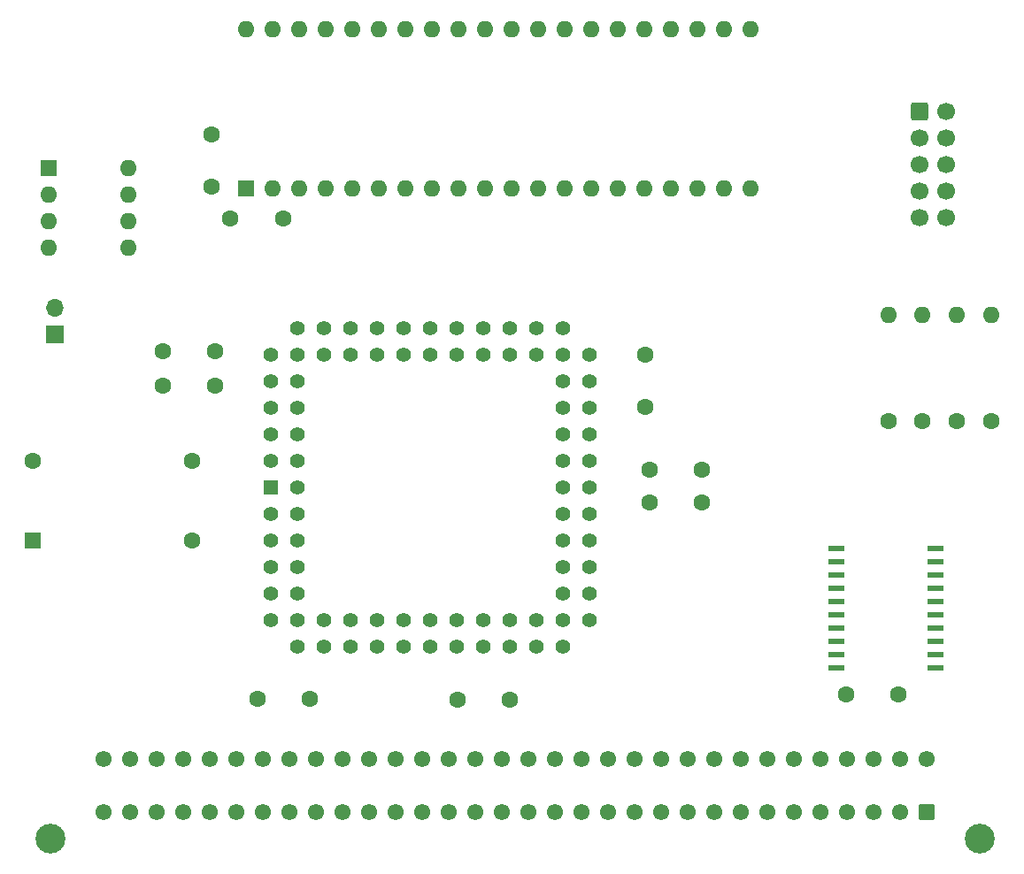
<source format=gbr>
%TF.GenerationSoftware,KiCad,Pcbnew,7.0.5*%
%TF.CreationDate,2024-01-19T11:40:42-07:00*%
%TF.ProjectId,cpu_board,6370755f-626f-4617-9264-2e6b69636164,rev?*%
%TF.SameCoordinates,Original*%
%TF.FileFunction,Soldermask,Top*%
%TF.FilePolarity,Negative*%
%FSLAX46Y46*%
G04 Gerber Fmt 4.6, Leading zero omitted, Abs format (unit mm)*
G04 Created by KiCad (PCBNEW 7.0.5) date 2024-01-19 11:40:42*
%MOMM*%
%LPD*%
G01*
G04 APERTURE LIST*
G04 Aperture macros list*
%AMRoundRect*
0 Rectangle with rounded corners*
0 $1 Rounding radius*
0 $2 $3 $4 $5 $6 $7 $8 $9 X,Y pos of 4 corners*
0 Add a 4 corners polygon primitive as box body*
4,1,4,$2,$3,$4,$5,$6,$7,$8,$9,$2,$3,0*
0 Add four circle primitives for the rounded corners*
1,1,$1+$1,$2,$3*
1,1,$1+$1,$4,$5*
1,1,$1+$1,$6,$7*
1,1,$1+$1,$8,$9*
0 Add four rect primitives between the rounded corners*
20,1,$1+$1,$2,$3,$4,$5,0*
20,1,$1+$1,$4,$5,$6,$7,0*
20,1,$1+$1,$6,$7,$8,$9,0*
20,1,$1+$1,$8,$9,$2,$3,0*%
G04 Aperture macros list end*
%ADD10O,1.600000X1.600000*%
%ADD11C,1.600000*%
%ADD12RoundRect,0.250000X-0.600000X-0.600000X0.600000X-0.600000X0.600000X0.600000X-0.600000X0.600000X0*%
%ADD13C,1.700000*%
%ADD14R,1.700000X1.700000*%
%ADD15O,1.700000X1.700000*%
%ADD16R,1.422400X1.422400*%
%ADD17C,1.422400*%
%ADD18R,1.500000X0.600000*%
%ADD19R,1.600000X1.600000*%
%ADD20C,2.850000*%
%ADD21C,1.550000*%
%ADD22RoundRect,0.249999X0.525001X0.525001X-0.525001X0.525001X-0.525001X-0.525001X0.525001X-0.525001X0*%
G04 APERTURE END LIST*
D10*
%TO.C,R4*%
X153050000Y-112920000D03*
D11*
X153050000Y-123080000D03*
%TD*%
D10*
%TO.C,R3*%
X149750000Y-112920000D03*
D11*
X149750000Y-123080000D03*
%TD*%
D10*
%TO.C,R2*%
X146500000Y-112920000D03*
D11*
X146500000Y-123080000D03*
%TD*%
D10*
%TO.C,R1*%
X143250000Y-112920000D03*
D11*
X143250000Y-123080000D03*
%TD*%
D12*
%TO.C,J3*%
X146250000Y-93460000D03*
D13*
X148790000Y-93460000D03*
X146250000Y-96000000D03*
X148790000Y-96000000D03*
X146250000Y-98540000D03*
X148790000Y-98540000D03*
X146250000Y-101080000D03*
X148790000Y-101080000D03*
X146250000Y-103620000D03*
X148790000Y-103620000D03*
%TD*%
D14*
%TO.C,SW1*%
X63500000Y-114775000D03*
D15*
X63500000Y-112235000D03*
%TD*%
D16*
%TO.C,U1*%
X84160000Y-129440000D03*
D17*
X86700000Y-129440000D03*
X84160000Y-131980000D03*
X86700000Y-131980000D03*
X84160000Y-134520000D03*
X86700000Y-134520000D03*
X84160000Y-137060000D03*
X86700000Y-137060000D03*
X84160000Y-139600000D03*
X86700000Y-139600000D03*
X84160000Y-142140000D03*
X86700000Y-144680000D03*
X86700000Y-142140000D03*
X89240000Y-144680000D03*
X89240000Y-142140000D03*
X91780000Y-144680000D03*
X91780000Y-142140000D03*
X94320000Y-144680000D03*
X94320000Y-142140000D03*
X96860000Y-144680000D03*
X96860000Y-142140000D03*
X99400000Y-144680000D03*
X99400000Y-142140000D03*
X101940000Y-144680000D03*
X101940000Y-142140000D03*
X104480000Y-144680000D03*
X104480000Y-142140000D03*
X107020000Y-144680000D03*
X107020000Y-142140000D03*
X109560000Y-144680000D03*
X109560000Y-142140000D03*
X112100000Y-144680000D03*
X114640000Y-142140000D03*
X112100000Y-142140000D03*
X114640000Y-139600000D03*
X112100000Y-139600000D03*
X114640000Y-137060000D03*
X112100000Y-137060000D03*
X114640000Y-134520000D03*
X112100000Y-134520000D03*
X114640000Y-131980000D03*
X112100000Y-131980000D03*
X114640000Y-129440000D03*
X112100000Y-129440000D03*
X114640000Y-126900000D03*
X112100000Y-126900000D03*
X114640000Y-124360000D03*
X112100000Y-124360000D03*
X114640000Y-121820000D03*
X112100000Y-121820000D03*
X114640000Y-119280000D03*
X112100000Y-119280000D03*
X114640000Y-116740000D03*
X112100000Y-114200000D03*
X112100000Y-116740000D03*
X109560000Y-114200000D03*
X109560000Y-116740000D03*
X107020000Y-114200000D03*
X107020000Y-116740000D03*
X104480000Y-114200000D03*
X104480000Y-116740000D03*
X101940000Y-114200000D03*
X101940000Y-116740000D03*
X99400000Y-114200000D03*
X99400000Y-116740000D03*
X96860000Y-114200000D03*
X96860000Y-116740000D03*
X94320000Y-114200000D03*
X94320000Y-116740000D03*
X91780000Y-114200000D03*
X91780000Y-116740000D03*
X89240000Y-114200000D03*
X89240000Y-116740000D03*
X86700000Y-114200000D03*
X84160000Y-116740000D03*
X86700000Y-116740000D03*
X84160000Y-119280000D03*
X86700000Y-119280000D03*
X84160000Y-121820000D03*
X86700000Y-121820000D03*
X84160000Y-124360000D03*
X86700000Y-124360000D03*
X84160000Y-126900000D03*
X86700000Y-126900000D03*
%TD*%
D18*
%TO.C,U5*%
X147750000Y-146715000D03*
X147750000Y-145445000D03*
X147750000Y-144175000D03*
X147750000Y-142905000D03*
X147750000Y-141635000D03*
X147750000Y-140365000D03*
X147750000Y-139095000D03*
X147750000Y-137825000D03*
X147750000Y-136555000D03*
X147750000Y-135285000D03*
X138250000Y-135285000D03*
X138250000Y-136555000D03*
X138250000Y-137825000D03*
X138250000Y-139095000D03*
X138250000Y-140365000D03*
X138250000Y-141635000D03*
X138250000Y-142905000D03*
X138250000Y-144175000D03*
X138250000Y-145445000D03*
X138250000Y-146715000D03*
%TD*%
D11*
%TO.C,C6*%
X107000000Y-149750000D03*
X102000000Y-149750000D03*
%TD*%
%TO.C,C5*%
X78800000Y-119700000D03*
X73800000Y-119700000D03*
%TD*%
D19*
%TO.C,U3*%
X62880000Y-98880000D03*
D10*
X62880000Y-101420000D03*
X62880000Y-103960000D03*
X62880000Y-106500000D03*
X70500000Y-106500000D03*
X70500000Y-103960000D03*
X70500000Y-101420000D03*
X70500000Y-98880000D03*
%TD*%
D11*
%TO.C,C10*%
X78475000Y-100685000D03*
X78475000Y-95685000D03*
%TD*%
D20*
%TO.C,J1*%
X151978254Y-163045903D03*
X63078254Y-163045903D03*
D21*
X146898254Y-155425903D03*
X144358254Y-155425903D03*
X141818254Y-155425903D03*
X139278254Y-155425903D03*
X136738254Y-155425903D03*
X134198254Y-155425903D03*
X131658254Y-155425903D03*
X129118254Y-155425903D03*
X126578254Y-155425903D03*
X124038254Y-155425903D03*
X121498254Y-155425903D03*
X118958254Y-155425903D03*
X116418254Y-155425903D03*
X113878254Y-155425903D03*
X111338254Y-155425903D03*
X108798254Y-155425903D03*
X106258254Y-155425903D03*
X103718254Y-155425903D03*
X101178254Y-155425903D03*
X98638254Y-155425903D03*
X96098254Y-155425903D03*
X93558254Y-155425903D03*
X91018254Y-155425903D03*
X88478254Y-155425903D03*
X85938254Y-155425903D03*
X83398254Y-155425903D03*
X80858254Y-155425903D03*
X78318254Y-155425903D03*
X75778254Y-155425903D03*
X73238254Y-155425903D03*
X70698254Y-155425903D03*
X68158254Y-155425903D03*
X68158254Y-160505903D03*
X70698254Y-160505903D03*
X73238254Y-160505903D03*
X75778254Y-160505903D03*
X78318254Y-160505903D03*
X80858254Y-160505903D03*
X83398254Y-160505903D03*
X85938254Y-160505903D03*
X88478254Y-160505903D03*
X91018254Y-160505903D03*
X93558254Y-160505903D03*
X96098254Y-160505903D03*
X98638254Y-160505903D03*
X101178254Y-160505903D03*
X103718254Y-160505903D03*
X106258254Y-160505903D03*
X108798254Y-160505903D03*
X111338254Y-160505903D03*
X113878254Y-160505903D03*
X116418254Y-160505903D03*
X118958254Y-160505903D03*
X121498254Y-160505903D03*
X124038254Y-160505903D03*
X126578254Y-160505903D03*
X129118254Y-160505903D03*
X131658254Y-160505903D03*
X134198254Y-160505903D03*
X136738254Y-160505903D03*
X139278254Y-160505903D03*
X141818254Y-160505903D03*
X144358254Y-160505903D03*
D22*
X146898254Y-160505903D03*
%TD*%
D11*
%TO.C,C3*%
X85300000Y-103700000D03*
X80300000Y-103700000D03*
%TD*%
%TO.C,C2*%
X78800000Y-116400000D03*
X73800000Y-116400000D03*
%TD*%
%TO.C,C7*%
X82900000Y-149700000D03*
X87900000Y-149700000D03*
%TD*%
D19*
%TO.C,U2*%
X81775000Y-100825000D03*
D10*
X84315000Y-100825000D03*
X86855000Y-100825000D03*
X89395000Y-100825000D03*
X91935000Y-100825000D03*
X94475000Y-100825000D03*
X97015000Y-100825000D03*
X99555000Y-100825000D03*
X102095000Y-100825000D03*
X104635000Y-100825000D03*
X107175000Y-100825000D03*
X109715000Y-100825000D03*
X112255000Y-100825000D03*
X114795000Y-100825000D03*
X117335000Y-100825000D03*
X119875000Y-100825000D03*
X122415000Y-100825000D03*
X124955000Y-100825000D03*
X127495000Y-100825000D03*
X130035000Y-100825000D03*
X130035000Y-85585000D03*
X127495000Y-85585000D03*
X124955000Y-85585000D03*
X122415000Y-85585000D03*
X119875000Y-85585000D03*
X117335000Y-85585000D03*
X114795000Y-85585000D03*
X112255000Y-85585000D03*
X109715000Y-85585000D03*
X107175000Y-85585000D03*
X104635000Y-85585000D03*
X102095000Y-85585000D03*
X99555000Y-85585000D03*
X97015000Y-85585000D03*
X94475000Y-85585000D03*
X91935000Y-85585000D03*
X89395000Y-85585000D03*
X86855000Y-85585000D03*
X84315000Y-85585000D03*
X81775000Y-85585000D03*
%TD*%
D11*
%TO.C,C11*%
X144200000Y-149300000D03*
X139200000Y-149300000D03*
%TD*%
D19*
%TO.C,X2*%
X61380000Y-134510000D03*
D11*
X76620000Y-134510000D03*
X76620000Y-126890000D03*
X61380000Y-126890000D03*
%TD*%
%TO.C,C9*%
X120400000Y-127800000D03*
X125400000Y-127800000D03*
%TD*%
%TO.C,C4*%
X120000000Y-116800000D03*
X120000000Y-121800000D03*
%TD*%
%TO.C,C8*%
X120400000Y-130900000D03*
X125400000Y-130900000D03*
%TD*%
M02*

</source>
